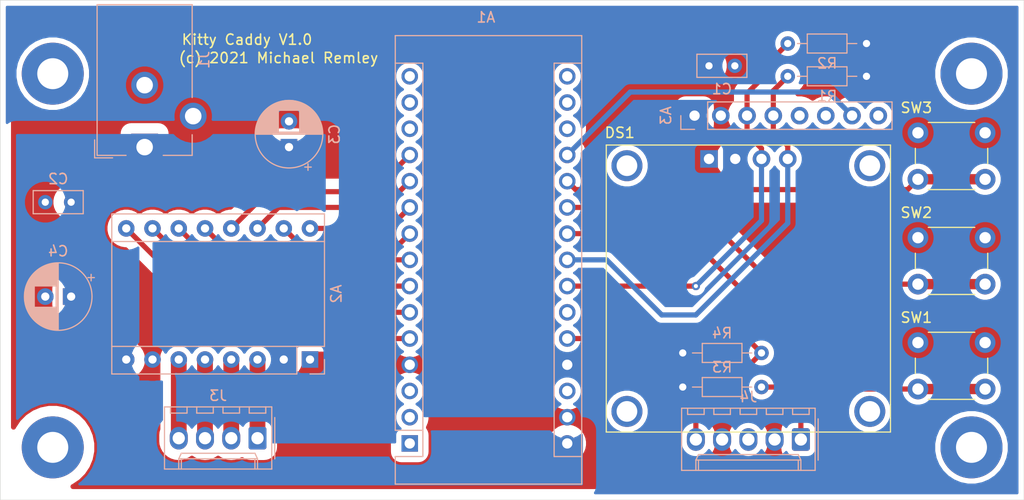
<source format=kicad_pcb>
(kicad_pcb (version 20171130) (host pcbnew "(5.1.10)-1")
  (title_block (title "Kitty Caddy") (date 2021-09-19) (rev 1.0) (company "Michael Remley and Co."))
  (layers (0 F.Cu signal) (31 B.Cu signal) (34 B.Paste user) (35 F.Paste user) (36 B.SilkS user) (37 F.SilkS user) (38 B.Mask user) (39 F.Mask user) (44 Edge.Cuts user))
  (net 0 "")
  (net 1 DIR)
  (net 2 +12V)
  (net 3 STEP)
  (net 4 GND)
  (net 5 "Net-(A1-Pad13)")
  (net 6 "Net-(A1-Pad3)")
  (net 7 +5V)
  (net 8 "Net-(A2-Pad5)")
  (net 9 HOMING)
  (net 10 "Net-(A2-Pad3)")
  (net 11 SCL)
  (net 12 SDA)
  (net 13 "Net-(J4-Pad1)")
  (net 14 MS3)
  (net 15 MS2)
  (net 16 MS1)
  (net 17 SW_UP)
  (net 18 SW_MID)
  (net 19 SW_DOWN)
  (net 20 STEP_EN)
  (net 21 STEP_SLEEP)
  (net 22 STEP_RESET)
  (net 23 "Net-(A1-Pad16)")
  (net 24 "Net-(A1-Pad15)")
  (net 25 "Net-(A1-Pad14)")
  (net 26 "Net-(A1-Pad28)")
  (net 27 "Net-(A1-Pad25)")
  (net 28 "Net-(A1-Pad2)")
  (net 29 "Net-(A1-Pad17)")
  (net 30 "Net-(A1-Pad1)")
  (net 31 "Net-(A2-Pad6)")
  (net 32 "Net-(A2-Pad4)")
  (net 33 "Net-(J4-Pad3)")
  (net 34 ALARM)
  (net 35 "Net-(A3-Pad8)")
  (net 36 "Net-(A3-Pad6)")
  (net 37 "Net-(A3-Pad5)")
  (net 38 "Net-(A1-Pad18)")
  (module @KittyCaddyLib:Arduino_Nano (layer B.Cu) (at 110.744 152.019)
    (fp_text reference A1 (at 7.366 -41.275) (layer B.SilkS) (effects (justify mirror)))
    (fp_text value Arduino_Nano_Every)
    (pad 16 thru_hole oval (at 15.24 -35.56) (size 1.6 1.6) (drill 1) (layers *.Cu *.Mask) (net 23 "Net-(A1-Pad16)"))
    (pad 15 thru_hole oval (at 0 -35.56) (size 1.6 1.6) (drill 1) (layers *.Cu *.Mask) (net 24 "Net-(A1-Pad15)"))
    (pad 30 thru_hole oval (at 15.24 0) (size 1.6 1.6) (drill 1) (layers *.Cu *.Mask) (net 2 +12V))
    (pad 14 thru_hole oval (at 0 -33.02) (size 1.6 1.6) (drill 1) (layers *.Cu *.Mask) (net 25 "Net-(A1-Pad14)"))
    (pad 29 thru_hole oval (at 15.24 -2.54) (size 1.6 1.6) (drill 1) (layers *.Cu *.Mask) (net 4 GND))
    (pad 13 thru_hole oval (at 0 -30.48) (size 1.6 1.6) (drill 1) (layers *.Cu *.Mask) (net 5 "Net-(A1-Pad13)"))
    (pad 28 thru_hole oval (at 15.24 -5.08) (size 1.6 1.6) (drill 1) (layers *.Cu *.Mask) (net 26 "Net-(A1-Pad28)"))
    (pad 12 thru_hole oval (at 0 -27.94) (size 1.6 1.6) (drill 1) (layers *.Cu *.Mask) (net 22 STEP_RESET))
    (pad 27 thru_hole oval (at 15.24 -7.62) (size 1.6 1.6) (drill 1) (layers *.Cu *.Mask) (net 7 +5V))
    (pad 11 thru_hole oval (at 0 -25.4) (size 1.6 1.6) (drill 1) (layers *.Cu *.Mask) (net 21 STEP_SLEEP))
    (pad 26 thru_hole oval (at 15.24 -10.16) (size 1.6 1.6) (drill 1) (layers *.Cu *.Mask) (net 9 HOMING))
    (pad 10 thru_hole oval (at 0 -22.86) (size 1.6 1.6) (drill 1) (layers *.Cu *.Mask) (net 1 DIR))
    (pad 25 thru_hole oval (at 15.24 -12.7) (size 1.6 1.6) (drill 1) (layers *.Cu *.Mask) (net 27 "Net-(A1-Pad25)"))
    (pad 9 thru_hole oval (at 0 -20.32) (size 1.6 1.6) (drill 1) (layers *.Cu *.Mask) (net 3 STEP))
    (pad 24 thru_hole oval (at 15.24 -15.24) (size 1.6 1.6) (drill 1) (layers *.Cu *.Mask) (net 11 SCL))
    (pad 8 thru_hole oval (at 0 -17.78) (size 1.6 1.6) (drill 1) (layers *.Cu *.Mask) (net 14 MS3))
    (pad 23 thru_hole oval (at 15.24 -17.78) (size 1.6 1.6) (drill 1) (layers *.Cu *.Mask) (net 12 SDA))
    (pad 7 thru_hole oval (at 0 -15.24) (size 1.6 1.6) (drill 1) (layers *.Cu *.Mask) (net 15 MS2))
    (pad 22 thru_hole oval (at 15.24 -20.32) (size 1.6 1.6) (drill 1) (layers *.Cu *.Mask) (net 19 SW_DOWN))
    (pad 6 thru_hole oval (at 0 -12.7) (size 1.6 1.6) (drill 1) (layers *.Cu *.Mask) (net 16 MS1))
    (pad 21 thru_hole oval (at 15.24 -22.86) (size 1.6 1.6) (drill 1) (layers *.Cu *.Mask) (net 18 SW_MID))
    (pad 5 thru_hole oval (at 0 -10.16) (size 1.6 1.6) (drill 1) (layers *.Cu *.Mask) (net 20 STEP_EN))
    (pad 20 thru_hole oval (at 15.24 -25.4) (size 1.6 1.6) (drill 1) (layers *.Cu *.Mask) (net 17 SW_UP))
    (pad 4 thru_hole oval (at 0 -7.62) (size 1.6 1.6) (drill 1) (layers *.Cu *.Mask) (net 4 GND))
    (pad 19 thru_hole oval (at 15.24 -27.94) (size 1.6 1.6) (drill 1) (layers *.Cu *.Mask) (net 34 ALARM))
    (pad 3 thru_hole oval (at 0 -5.08) (size 1.6 1.6) (drill 1) (layers *.Cu *.Mask) (net 6 "Net-(A1-Pad3)"))
    (pad 18 thru_hole oval (at 15.24 -30.48) (size 1.6 1.6) (drill 1) (layers *.Cu *.Mask) (net 38 "Net-(A1-Pad18)"))
    (pad 2 thru_hole oval (at 0 -2.54) (size 1.6 1.6) (drill 1) (layers *.Cu *.Mask) (net 28 "Net-(A1-Pad2)"))
    (pad 17 thru_hole oval (at 15.24 -33.02) (size 1.6 1.6) (drill 1) (layers *.Cu *.Mask) (net 29 "Net-(A1-Pad17)"))
    (pad 1 thru_hole rect (at 0 0) (size 1.6 1.6) (drill 1) (layers *.Cu *.Mask) (net 30 "Net-(A1-Pad1)"))
  )
  (module Connector_PinSocket_2.54mm:PinSocket_1x08_P2.54mm_Vertical (layer B.Cu) (at 138.303 120.269 270)
    (fp_text reference A3 (at 0 2.77 270) (layer B.SilkS) (effects (justify mirror)))
    (fp_text value Module_DS3231_RTC)
    (pad 8 thru_hole oval (at 0 -17.78 270) (size 1.7 1.7) (drill 1) (layers *.Cu *.Mask) (net 35 "Net-(A3-Pad8)"))
    (pad 7 thru_hole oval (at 0 -15.24 270) (size 1.7 1.7) (drill 1) (layers *.Cu *.Mask) (net 34 ALARM))
    (pad 6 thru_hole oval (at 0 -12.7 270) (size 1.7 1.7) (drill 1) (layers *.Cu *.Mask) (net 36 "Net-(A3-Pad6)"))
    (pad 5 thru_hole oval (at 0 -10.16 270) (size 1.7 1.7) (drill 1) (layers *.Cu *.Mask) (net 37 "Net-(A3-Pad5)"))
    (pad 4 thru_hole oval (at 0 -7.62 270) (size 1.7 1.7) (drill 1) (layers *.Cu *.Mask) (net 12 SDA))
    (pad 3 thru_hole oval (at 0 -5.08 270) (size 1.7 1.7) (drill 1) (layers *.Cu *.Mask) (net 11 SCL))
    (pad 2 thru_hole oval (at 0 -2.54 270) (size 1.7 1.7) (drill 1) (layers *.Cu *.Mask) (net 4 GND))
    (pad 1 thru_hole rect (at 0 0 270) (size 1.7 1.7) (drill 1) (layers *.Cu *.Mask) (net 7 +5V))
  )
  (module @KittyCaddyLib:Pololu_Breakout-16_15.2x20.3mm (layer B.Cu) (at 101.092 143.891 90)
    (fp_text reference A2 (at 6.35 2.54 90) (layer B.SilkS) (effects (justify mirror)))
    (fp_text value Pololu_Breakout_A4988)
    (pad 16 thru_hole oval (at 12.7 0 90) (size 1.6 1.6) (drill 0.8) (layers *.Cu *.Mask) (net 1 DIR))
    (pad 8 thru_hole oval (at 0 -17.78 90) (size 1.6 1.6) (drill 0.8) (layers *.Cu *.Mask) (net 2 +12V))
    (pad 15 thru_hole oval (at 12.7 -2.54 90) (size 1.6 1.6) (drill 0.8) (layers *.Cu *.Mask) (net 3 STEP))
    (pad 7 thru_hole oval (at 0 -15.24 90) (size 1.6 1.6) (drill 0.8) (layers *.Cu *.Mask) (net 4 GND))
    (pad 14 thru_hole oval (at 12.7 -5.08 90) (size 1.6 1.6) (drill 0.8) (layers *.Cu *.Mask) (net 21 STEP_SLEEP))
    (pad 6 thru_hole oval (at 0 -12.7 90) (size 1.6 1.6) (drill 0.8) (layers *.Cu *.Mask) (net 31 "Net-(A2-Pad6)"))
    (pad 13 thru_hole oval (at 12.7 -7.62 90) (size 1.6 1.6) (drill 0.8) (layers *.Cu *.Mask) (net 22 STEP_RESET))
    (pad 5 thru_hole oval (at 0 -10.16 90) (size 1.6 1.6) (drill 0.8) (layers *.Cu *.Mask) (net 8 "Net-(A2-Pad5)"))
    (pad 12 thru_hole oval (at 12.7 -10.16 90) (size 1.6 1.6) (drill 0.8) (layers *.Cu *.Mask) (net 14 MS3))
    (pad 4 thru_hole oval (at 0 -7.62 90) (size 1.6 1.6) (drill 0.8) (layers *.Cu *.Mask) (net 32 "Net-(A2-Pad4)"))
    (pad 11 thru_hole oval (at 12.7 -12.7 90) (size 1.6 1.6) (drill 0.8) (layers *.Cu *.Mask) (net 15 MS2))
    (pad 3 thru_hole oval (at 0 -5.08 90) (size 1.6 1.6) (drill 0.8) (layers *.Cu *.Mask) (net 10 "Net-(A2-Pad3)"))
    (pad 10 thru_hole oval (at 12.7 -15.24 90) (size 1.6 1.6) (drill 0.8) (layers *.Cu *.Mask) (net 16 MS1))
    (pad 2 thru_hole oval (at 0 -2.54 90) (size 1.6 1.6) (drill 0.8) (layers *.Cu *.Mask) (net 7 +5V))
    (pad 9 thru_hole oval (at 12.7 -17.78 90) (size 1.6 1.6) (drill 0.8) (layers *.Cu *.Mask) (net 20 STEP_EN))
    (pad 1 thru_hole rect (at 0 0 90) (size 1.6 1.6) (drill 0.8) (layers *.Cu *.Mask) (net 4 GND))
  )
  (module @KittyCaddyLib:SSD1306 (layer F.Cu) (at 147.32 124.698)
    (fp_text reference DS1 (at -16.256 -2.77) (layer F.SilkS))
    (fp_text value OLED_SSD1306)
    (pad ~ thru_hole circle (at -15.56 24.219) (size 3 3) (drill 2) (layers *.Cu *.Mask))
    (pad ~ thru_hole circle (at 7.94 24.219) (size 3 3) (drill 2) (layers *.Cu *.Mask))
    (pad ~ thru_hole circle (at 7.94 0.419) (size 3 3) (drill 2) (layers *.Cu *.Mask))
    (pad ~ thru_hole circle (at -15.56 0.419) (size 3 3) (drill 2) (layers *.Cu *.Mask))
    (pad 4 thru_hole oval (at 0 -0.238 90) (size 1.7 1.7) (drill 1) (layers *.Cu *.Mask) (net 12 SDA))
    (pad 3 thru_hole oval (at -2.54 -0.238 90) (size 1.7 1.7) (drill 1) (layers *.Cu *.Mask) (net 11 SCL))
    (pad 2 thru_hole oval (at -5.08 -0.238 90) (size 1.7 1.7) (drill 1) (layers *.Cu *.Mask) (net 7 +5V))
    (pad 1 thru_hole rect (at -7.62 -0.238 90) (size 1.7 1.7) (drill 1) (layers *.Cu *.Mask) (net 4 GND))
  )
  (module Capacitor_THT:C_Rect_L4.6mm_W2.0mm_P2.50mm_MKS02_FKP02 (layer B.Cu) (at 139.7 115.443)
    (fp_text reference C1 (at 1.25 2.25) (layer B.SilkS) (effects (justify mirror)))
    (fp_text value 0.1uF)
    (pad 2 thru_hole circle (at 2.5 0) (size 1.4 1.4) (drill 0.7) (layers *.Cu *.Mask) (net 4 GND))
    (pad 1 thru_hole circle (at 0 0) (size 1.4 1.4) (drill 0.7) (layers *.Cu *.Mask) (net 7 +5V))
  )
  (module Capacitor_THT:C_Rect_L4.6mm_W2.0mm_P2.50mm_MKS02_FKP02 (layer B.Cu) (at 77.978 128.651 180)
    (fp_text reference C2 (at 1.25 2.25 180) (layer B.SilkS) (effects (justify mirror)))
    (fp_text value 0.1uF)
    (pad 2 thru_hole circle (at 2.5 0 180) (size 1.4 1.4) (drill 0.7) (layers *.Cu *.Mask) (net 4 GND))
    (pad 1 thru_hole circle (at 0 0 180) (size 1.4 1.4) (drill 0.7) (layers *.Cu *.Mask) (net 2 +12V))
  )
  (module Resistor_THT:R_Axial_DIN0204_L3.6mm_D1.6mm_P7.62mm_Horizontal (layer B.Cu) (at 144.78 146.558 180)
    (fp_text reference R3 (at 3.81 1.92) (layer B.SilkS) (effects (justify mirror)))
    (fp_text value 220)
    (pad 2 thru_hole oval (at 7.62 0 180) (size 1.4 1.4) (drill 0.7) (layers *.Cu *.Mask) (net 7 +5V))
    (pad 1 thru_hole circle (at 0 0 180) (size 1.4 1.4) (drill 0.7) (layers *.Cu *.Mask) (net 13 "Net-(J4-Pad1)"))
  )
  (module Capacitor_THT:CP_Radial_D6.3mm_P2.50mm (layer B.Cu) (at 99.06 123.317 90)
    (fp_text reference C3 (at 1.25 4.4 90) (layer B.SilkS) (effects (justify mirror)))
    (fp_text value 100uF)
    (pad 2 thru_hole circle (at 2.5 0 90) (size 1.6 1.6) (drill 0.8) (layers *.Cu *.Mask) (net 4 GND))
    (pad 1 thru_hole rect (at 0 0 90) (size 1.6 1.6) (drill 0.8) (layers *.Cu *.Mask) (net 2 +12V))
  )
  (module Button_Switch_THT:SW_PUSH_6mm_H9.5mm (layer F.Cu) (at 159.9196 142.2506)
    (fp_text reference SW1 (at -0.1536 -2.4236) (layer F.SilkS))
    (fp_text value DOWN)
    (pad 1 thru_hole circle (at 6.5 0 90) (size 2 2) (drill 1.1) (layers *.Cu *.Mask) (net 4 GND))
    (pad 2 thru_hole circle (at 6.5 4.5 90) (size 2 2) (drill 1.1) (layers *.Cu *.Mask) (net 19 SW_DOWN))
    (pad 1 thru_hole circle (at 0 0 90) (size 2 2) (drill 1.1) (layers *.Cu *.Mask) (net 4 GND))
    (pad 2 thru_hole circle (at 0 4.5 90) (size 2 2) (drill 1.1) (layers *.Cu *.Mask) (net 19 SW_DOWN))
  )
  (module Button_Switch_THT:SW_PUSH_6mm_H9.5mm (layer F.Cu) (at 159.9196 132.0906)
    (fp_text reference SW2 (at -0.1536 -2.4236) (layer F.SilkS))
    (fp_text value MID)
    (pad 1 thru_hole circle (at 6.5 0 90) (size 2 2) (drill 1.1) (layers *.Cu *.Mask) (net 4 GND))
    (pad 2 thru_hole circle (at 6.5 4.5 90) (size 2 2) (drill 1.1) (layers *.Cu *.Mask) (net 18 SW_MID))
    (pad 1 thru_hole circle (at 0 0 90) (size 2 2) (drill 1.1) (layers *.Cu *.Mask) (net 4 GND))
    (pad 2 thru_hole circle (at 0 4.5 90) (size 2 2) (drill 1.1) (layers *.Cu *.Mask) (net 18 SW_MID))
  )
  (module Button_Switch_THT:SW_PUSH_6mm_H9.5mm (layer F.Cu) (at 159.9196 121.9306)
    (fp_text reference SW3 (at -0.1536 -2.4236) (layer F.SilkS))
    (fp_text value UP)
    (pad 1 thru_hole circle (at 6.5 0 90) (size 2 2) (drill 1.1) (layers *.Cu *.Mask) (net 4 GND))
    (pad 2 thru_hole circle (at 6.5 4.5 90) (size 2 2) (drill 1.1) (layers *.Cu *.Mask) (net 17 SW_UP))
    (pad 1 thru_hole circle (at 0 0 90) (size 2 2) (drill 1.1) (layers *.Cu *.Mask) (net 4 GND))
    (pad 2 thru_hole circle (at 0 4.5 90) (size 2 2) (drill 1.1) (layers *.Cu *.Mask) (net 17 SW_UP))
  )
  (module @KittyCaddyLib:BarrelJack_CUI_PJ-102AH_Horizontal (layer B.Cu) (at 85.09 123.317)
    (fp_text reference J1 (at 5.75 -8.45 -90) (layer B.SilkS) (effects (justify mirror)))
    (fp_text value "20V Supply")
    (pad MP thru_hole circle (at 4.7 -3) (size 2.6 2.6) (drill 1.6) (layers *.Cu *.Mask) (net 4 GND))
    (pad 2 thru_hole circle (at 0 -6) (size 2.6 2.6) (drill 1.6) (layers *.Cu *.Mask) (net 4 GND))
    (pad 1 thru_hole rect (at 0 0) (size 2.6 2.6) (drill 1.6) (layers *.Cu *.Mask) (net 2 +12V))
  )
  (module Resistor_THT:R_Axial_DIN0204_L3.6mm_D1.6mm_P7.62mm_Horizontal (layer B.Cu) (at 147.32 113.284)
    (fp_text reference R2 (at 3.81 1.92) (layer B.SilkS) (effects (justify mirror)))
    (fp_text value 10k)
    (pad 2 thru_hole oval (at 7.62 0) (size 1.4 1.4) (drill 0.7) (layers *.Cu *.Mask) (net 7 +5V))
    (pad 1 thru_hole circle (at 0 0) (size 1.4 1.4) (drill 0.7) (layers *.Cu *.Mask) (net 11 SCL))
  )
  (module Resistor_THT:R_Axial_DIN0204_L3.6mm_D1.6mm_P7.62mm_Horizontal (layer B.Cu) (at 147.32 116.459)
    (fp_text reference R1 (at 3.81 1.92) (layer B.SilkS) (effects (justify mirror)))
    (fp_text value 10k)
    (pad 2 thru_hole oval (at 7.62 0) (size 1.4 1.4) (drill 0.7) (layers *.Cu *.Mask) (net 7 +5V))
    (pad 1 thru_hole circle (at 0 0) (size 1.4 1.4) (drill 0.7) (layers *.Cu *.Mask) (net 12 SDA))
  )
  (module MountingHole:MountingHole_3mm_Pad (layer F.Cu) (at 165.1 116.205)
    (fp_text reference REF** hide)
    (fp_text value MountingHole_3mm_Pad)
    (pad 1 thru_hole circle (at 0 0) (size 6 6) (drill 3) (layers *.Cu *.Mask))
  )
  (module MountingHole:MountingHole_3mm_Pad (layer F.Cu) (at 76.2 116.205)
    (fp_text reference REF** hide)
    (fp_text value MountingHole_3mm_Pad)
    (pad 1 thru_hole circle (at 0 0) (size 6 6) (drill 3) (layers *.Cu *.Mask))
  )
  (module MountingHole:MountingHole_3mm_Pad (layer F.Cu) (at 165.1 152.4)
    (fp_text reference REF** hide)
    (fp_text value MountingHole_3mm_Pad)
    (pad 1 thru_hole circle (at 0 0) (size 6 6) (drill 3) (layers *.Cu *.Mask))
  )
  (module MountingHole:MountingHole_3mm_Pad (layer F.Cu) (at 76.2 152.4)
    (fp_text reference REF** hide)
    (fp_text value MountingHole_3mm_Pad)
    (pad 1 thru_hole circle (at 0 0) (size 6 6) (drill 3) (layers *.Cu *.Mask))
  )
  (module Connector_Molex:Molex_KK-254_AE-6410-04A_1x04_P2.54mm_Vertical (layer B.Cu) (at 96.012 151.511 180)
    (fp_text reference J3 (at 3.81 4.12 180) (layer B.SilkS) (effects (justify mirror)))
    (fp_text value "Stepper Motor")
    (pad 4 thru_hole oval (at 7.62 0 180) (size 1.74 2.19) (drill 1.19) (layers *.Cu *.Mask) (net 31 "Net-(A2-Pad6)"))
    (pad 3 thru_hole oval (at 5.08 0 180) (size 1.74 2.19) (drill 1.19) (layers *.Cu *.Mask) (net 8 "Net-(A2-Pad5)"))
    (pad 2 thru_hole oval (at 2.54 0 180) (size 1.74 2.19) (drill 1.19) (layers *.Cu *.Mask) (net 32 "Net-(A2-Pad4)"))
    (pad 1 thru_hole roundrect (at 0 0 180) (size 1.74 2.19) (drill 1.19) (layers *.Cu *.Mask) (roundrect_rratio 0.1436775862068966) (net 10 "Net-(A2-Pad3)"))
  )
  (module Connector_Molex:Molex_KK-254_AE-6410-05A_1x05_P2.54mm_Vertical (layer B.Cu) (at 148.59 151.638 180)
    (fp_text reference J4 (at 5.08 4.12) (layer B.SilkS) (effects (justify mirror)))
    (fp_text value OPB740_Reflective_Object_Sensor)
    (pad 5 thru_hole oval (at 10.16 0 180) (size 1.74 2.19) (drill 1.19) (layers *.Cu *.Mask) (net 9 HOMING))
    (pad 4 thru_hole oval (at 7.62 0 180) (size 1.74 2.19) (drill 1.19) (layers *.Cu *.Mask) (net 4 GND))
    (pad 3 thru_hole oval (at 5.08 0 180) (size 1.74 2.19) (drill 1.19) (layers *.Cu *.Mask) (net 33 "Net-(J4-Pad3)"))
    (pad 2 thru_hole oval (at 2.54 0 180) (size 1.74 2.19) (drill 1.19) (layers *.Cu *.Mask) (net 4 GND))
    (pad 1 thru_hole roundrect (at 0 0 180) (size 1.74 2.19) (drill 1.19) (layers *.Cu *.Mask) (roundrect_rratio 0.1436775862068966) (net 13 "Net-(J4-Pad1)"))
  )
  (module Capacitor_THT:CP_Radial_D6.3mm_P2.50mm (layer B.Cu) (at 77.978 137.795 180)
    (fp_text reference C4 (at 1.25 4.4 180) (layer B.SilkS) (effects (justify mirror)))
    (fp_text value 100uF)
    (pad 2 thru_hole circle (at 2.5 0 180) (size 1.6 1.6) (drill 0.8) (layers *.Cu *.Mask) (net 4 GND))
    (pad 1 thru_hole rect (at 0 0 180) (size 1.6 1.6) (drill 0.8) (layers *.Cu *.Mask) (net 2 +12V))
  )
  (module Resistor_THT:R_Axial_DIN0204_L3.6mm_D1.6mm_P7.62mm_Horizontal (layer B.Cu) (at 144.78 143.256 180)
    (fp_text reference R4 (at 3.81 1.92) (layer B.SilkS) (effects (justify mirror)))
    (fp_text value 50k)
    (pad 2 thru_hole oval (at 7.62 0 180) (size 1.4 1.4) (drill 0.7) (layers *.Cu *.Mask) (net 7 +5V))
    (pad 1 thru_hole circle (at 0 0 180) (size 1.4 1.4) (drill 0.7) (layers *.Cu *.Mask) (net 9 HOMING))
  )
  (gr_text "(c) 2021 Michael Remley" (at 98.044 114.681) (layer F.SilkS) (effects (font (size 1 1))))
  (gr_text "Kitty Caddy V1.0" (at 94.996 112.903) (layer F.SilkS) (effects (font (size 1 1))))
  (gr_line (start 170.18 109.093) (end 170.18 157.48) (layer Edge.Cuts) (width 0.05))
  (gr_line (start 170.18 157.48) (end 71.12 157.48) (layer Edge.Cuts) (width 0.05))
  (gr_line (start 71.12 109.093) (end 170.18 109.093) (layer Edge.Cuts) (width 0.05))
  (gr_line (start 71.12 157.48) (end 71.12 109.093) (layer Edge.Cuts) (width 0.05))
  (segment (start 110.744 129.159) (end 108.712 131.191) (width 0.5) (layer F.Cu) (net 1))
  (segment (start 108.712 131.191) (end 101.092 131.191) (width 0.5) (layer F.Cu) (net 1))
  (segment (start 100.076 132.715) (end 98.552 131.191) (width 0.5) (layer F.Cu) (net 3))
  (segment (start 109.728 132.715) (end 100.076 132.715) (width 0.5) (layer F.Cu) (net 3))
  (segment (start 110.744 131.699) (end 109.728 132.715) (width 0.5) (layer F.Cu) (net 3))
  (segment (start 90.932 143.891) (end 90.932 151.511) (width 1.524) (layer F.Cu) (net 8))
  (segment (start 143.383 141.859) (end 125.984 141.859) (width 0.5) (layer F.Cu) (net 9))
  (segment (start 144.78 143.256) (end 143.383 141.859) (width 0.5) (layer F.Cu) (net 9))
  (segment (start 138.43 149.606) (end 138.43 151.638) (width 0.5) (layer F.Cu) (net 9))
  (segment (start 144.78 143.256) (end 138.43 149.606) (width 0.5) (layer F.Cu) (net 9))
  (segment (start 96.012 143.891) (end 96.012 151.511) (width 1.524) (layer F.Cu) (net 10))
  (segment (start 144.78 124.46) (end 144.78 130.429) (width 0.5) (layer B.Cu) (net 11))
  (segment (start 144.78 130.429) (end 138.43 136.779) (width 0.5) (layer B.Cu) (net 11))
  (segment (start 138.43 136.779) (end 138.43 136.779) (width 0.5) (layer B.Cu) (net 11))
  (segment (start 138.43 136.779) (end 138.43 136.779) (width 0.5) (layer B.Cu) (net 11))
  (via (at 138.43 136.779) (size 0.8) (drill 0.4) (layers F.Cu B.Cu) (net 11))
  (segment (start 138.43 136.779) (end 125.984 136.779) (width 0.5) (layer F.Cu) (net 11))
  (segment (start 143.383 120.269) (end 143.383 118.11) (width 0.5) (layer F.Cu) (net 11))
  (segment (start 143.383 118.11) (end 145.161 116.332) (width 0.5) (layer F.Cu) (net 11))
  (segment (start 145.161 115.443) (end 147.32 113.284) (width 0.5) (layer F.Cu) (net 11))
  (segment (start 145.161 116.332) (end 145.161 115.443) (width 0.5) (layer F.Cu) (net 11))
  (segment (start 144.78 124.46) (end 144.78 123.444) (width 0.5) (layer F.Cu) (net 11))
  (segment (start 144.78 123.444) (end 143.383 122.047) (width 0.5) (layer F.Cu) (net 11))
  (segment (start 143.383 122.047) (end 143.383 120.269) (width 0.5) (layer F.Cu) (net 11))
  (segment (start 129.794 134.239) (end 125.984 134.239) (width 0.5) (layer B.Cu) (net 12))
  (segment (start 135.128 139.573) (end 129.794 134.239) (width 0.5) (layer B.Cu) (net 12))
  (segment (start 138.43 139.573) (end 135.128 139.573) (width 0.5) (layer B.Cu) (net 12))
  (segment (start 147.32 130.683) (end 138.43 139.573) (width 0.5) (layer B.Cu) (net 12))
  (segment (start 147.32 124.46) (end 147.32 130.683) (width 0.5) (layer B.Cu) (net 12))
  (segment (start 147.32 124.46) (end 147.32 123.19) (width 0.5) (layer F.Cu) (net 12))
  (segment (start 147.32 123.19) (end 145.923 121.793) (width 0.5) (layer F.Cu) (net 12))
  (segment (start 145.923 121.793) (end 145.923 120.269) (width 0.5) (layer F.Cu) (net 12))
  (segment (start 145.923 117.856) (end 147.32 116.459) (width 0.5) (layer F.Cu) (net 12))
  (segment (start 145.923 120.269) (end 145.923 117.856) (width 0.5) (layer F.Cu) (net 12))
  (segment (start 148.59 151.638) (end 148.59 148.209) (width 0.5) (layer F.Cu) (net 13))
  (segment (start 146.939 146.558) (end 144.78 146.558) (width 0.5) (layer F.Cu) (net 13))
  (segment (start 148.59 148.209) (end 146.939 146.558) (width 0.5) (layer F.Cu) (net 13))
  (segment (start 93.98 134.239) (end 90.932 131.191) (width 0.5) (layer F.Cu) (net 14))
  (segment (start 110.744 134.239) (end 93.98 134.239) (width 0.5) (layer F.Cu) (net 14))
  (segment (start 93.98 136.779) (end 88.392 131.191) (width 0.5) (layer F.Cu) (net 15))
  (segment (start 110.744 136.779) (end 93.98 136.779) (width 0.5) (layer F.Cu) (net 15))
  (segment (start 110.744 139.319) (end 93.98 139.319) (width 0.5) (layer F.Cu) (net 16))
  (segment (start 93.98 139.319) (end 85.852 131.191) (width 0.5) (layer F.Cu) (net 16))
  (segment (start 159.9196 126.4306) (end 166.4196 126.4306) (width 1) (layer F.Cu) (net 17))
  (segment (start 126.795599 127.430599) (end 125.984 126.619) (width 0.5) (layer F.Cu) (net 17))
  (segment (start 158.919601 127.430599) (end 126.795599 127.430599) (width 0.5) (layer F.Cu) (net 17))
  (segment (start 159.9196 126.4306) (end 158.919601 127.430599) (width 0.5) (layer F.Cu) (net 17))
  (segment (start 159.9196 136.5906) (end 166.4196 136.5906) (width 1) (layer F.Cu) (net 18))
  (segment (start 159.9196 136.5906) (end 145.8616 136.5906) (width 0.5) (layer F.Cu) (net 18))
  (segment (start 138.43 129.159) (end 125.984 129.159) (width 0.5) (layer F.Cu) (net 18))
  (segment (start 145.8616 136.5906) (end 138.43 129.159) (width 0.5) (layer F.Cu) (net 18))
  (segment (start 159.9196 146.7506) (end 166.4196 146.7506) (width 1) (layer F.Cu) (net 19))
  (segment (start 159.9196 146.7506) (end 152.4656 146.7506) (width 0.5) (layer F.Cu) (net 19))
  (segment (start 152.4656 146.7506) (end 137.414 131.699) (width 0.5) (layer F.Cu) (net 19))
  (segment (start 137.414 131.699) (end 125.984 131.699) (width 0.5) (layer F.Cu) (net 19))
  (segment (start 93.98 141.859) (end 83.312 131.191) (width 0.5) (layer F.Cu) (net 20))
  (segment (start 110.744 141.859) (end 93.98 141.859) (width 0.5) (layer F.Cu) (net 20))
  (segment (start 96.012 131.191) (end 98.044 129.159) (width 0.5) (layer F.Cu) (net 21))
  (segment (start 108.204 129.159) (end 110.744 126.619) (width 0.5) (layer F.Cu) (net 21))
  (segment (start 98.044 129.159) (end 108.204 129.159) (width 0.5) (layer F.Cu) (net 21))
  (segment (start 93.472 131.191) (end 97.028 127.635) (width 0.5) (layer F.Cu) (net 22))
  (segment (start 107.188 127.635) (end 110.744 124.079) (width 0.5) (layer F.Cu) (net 22))
  (segment (start 97.028 127.635) (end 107.188 127.635) (width 0.5) (layer F.Cu) (net 22))
  (segment (start 88.392 143.891) (end 88.392 151.511) (width 1.524) (layer F.Cu) (net 31))
  (segment (start 93.472 143.891) (end 93.472 151.511) (width 1.524) (layer F.Cu) (net 32))
  (segment (start 151.257 117.983) (end 153.543 120.269) (width 0.5) (layer B.Cu) (net 34))
  (segment (start 132.08 117.983) (end 151.257 117.983) (width 0.5) (layer B.Cu) (net 34))
  (segment (start 125.984 124.079) (end 132.08 117.983) (width 0.5) (layer B.Cu) (net 34))
  (zone (net 4) (net_name GND) (layer F.Cu) (connect_pads yes (clearance 1.016)) (min_thickness 0.4826) (fill yes (arc_segments 32) (thermal_gap 0.508) (thermal_bridge_width 0.508))
    (polygon (pts (xy 170.18 157.353) (xy 71.12 157.353) (xy 71.12 109.093) (xy 170.18 109.093)))
  )
  (zone (net 2) (net_name +12V) (layer B.Cu) (priority 5) (connect_pads yes (clearance 1.27)) (min_thickness 0.254) (fill yes (arc_segments 32) (thermal_gap 0.508) (thermal_bridge_width 0.508) (smoothing fillet))
    (polygon (pts (xy 102.616 129.667) (xy 81.788 129.667) (xy 81.788 132.461) (xy 84.582 132.461) (xy 84.582 145.923) (xy 86.868 145.923) (xy 86.868 153.289) (xy 112.014 153.289) (xy 112.014 150.749) (xy 127.508 150.749) (xy 127.508 156.083) (xy 72.644 156.083) (xy 72.644 122.047) (xy 102.616 122.047)))
  )
  (zone (net 7) (net_name +5V) (layer B.Cu) (priority 1) (connect_pads yes (clearance 0.508)) (min_thickness 0.254) (fill yes (arc_segments 32) (thermal_gap 0.508) (thermal_bridge_width 0.508))
    (polygon (pts (xy 170.18 157.48) (xy 71.12 157.48) (xy 71.12 109.22) (xy 170.053 109.22)))
  )
)
</source>
